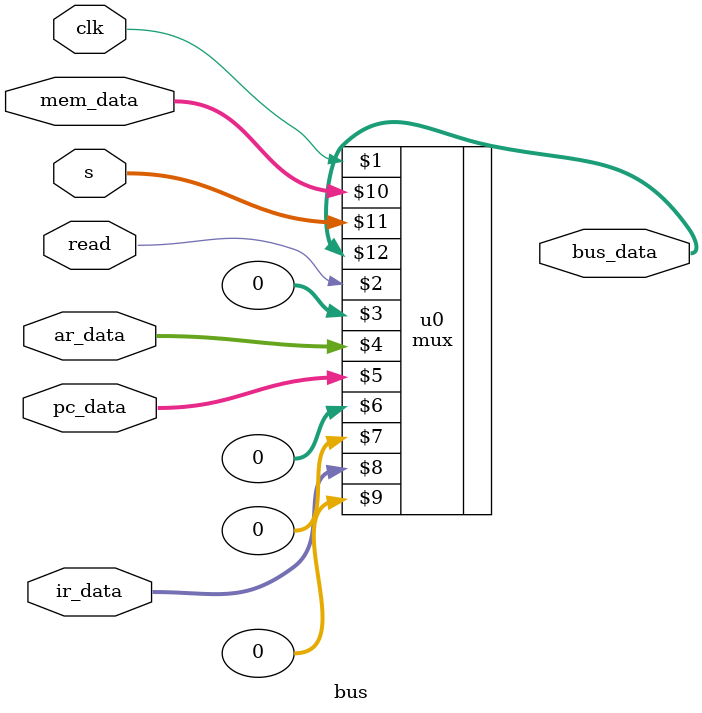
<source format=v>

module bus(s, clk, read, mem_data, ar_data, pc_data, ir_data, bus_data);

input clk, read;
input [2:0] s;
input [15:0] mem_data, ir_data;
input [11:0] ar_data, pc_data;
output [15:0] bus_data;

mux u0(clk, read, 0, ar_data, pc_data, 0, 0, ir_data, 0, mem_data, s, bus_data);

endmodule

</source>
